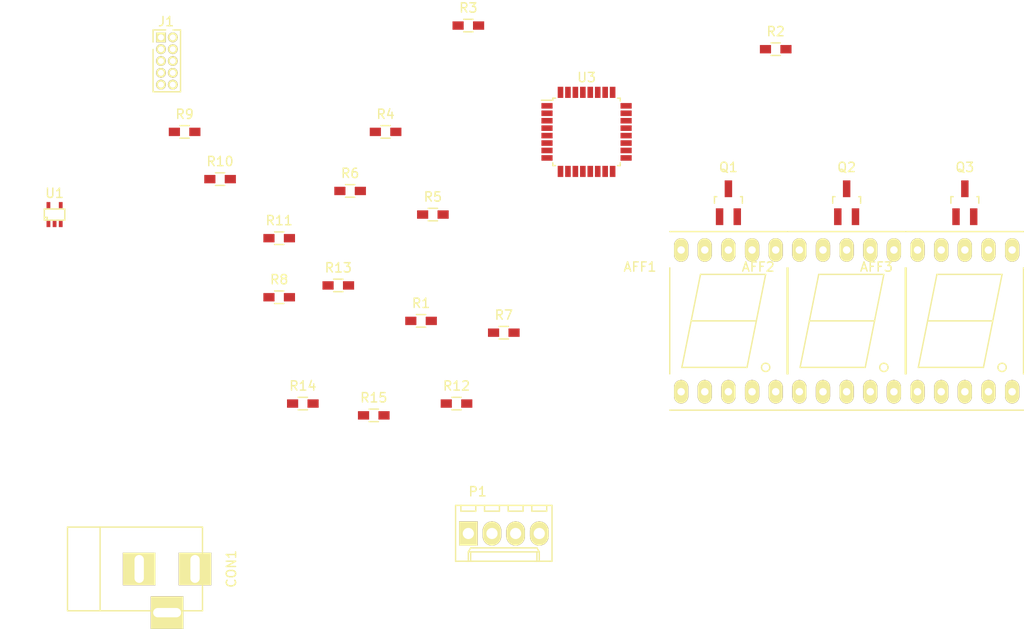
<source format=kicad_pcb>
(kicad_pcb (version 4) (host pcbnew 4.0.4+dfsg1-stable)

  (general
    (links 69)
    (no_connects 69)
    (area 0 0 0 0)
    (thickness 1.6)
    (drawings 0)
    (tracks 0)
    (zones 0)
    (modules 26)
    (nets 53)
  )

  (page A4)
  (layers
    (0 F.Cu signal)
    (31 B.Cu signal)
    (32 B.Adhes user)
    (33 F.Adhes user)
    (34 B.Paste user)
    (35 F.Paste user)
    (36 B.SilkS user)
    (37 F.SilkS user)
    (38 B.Mask user)
    (39 F.Mask user)
    (40 Dwgs.User user)
    (41 Cmts.User user)
    (42 Eco1.User user)
    (43 Eco2.User user)
    (44 Edge.Cuts user)
    (45 Margin user)
    (46 B.CrtYd user)
    (47 F.CrtYd user)
    (48 B.Fab user)
    (49 F.Fab user)
  )

  (setup
    (last_trace_width 0.25)
    (trace_clearance 0.2)
    (zone_clearance 0.508)
    (zone_45_only no)
    (trace_min 0.2)
    (segment_width 0.2)
    (edge_width 0.15)
    (via_size 0.6)
    (via_drill 0.4)
    (via_min_size 0.4)
    (via_min_drill 0.3)
    (uvia_size 0.3)
    (uvia_drill 0.1)
    (uvias_allowed no)
    (uvia_min_size 0.2)
    (uvia_min_drill 0.1)
    (pcb_text_width 0.3)
    (pcb_text_size 1.5 1.5)
    (mod_edge_width 0.15)
    (mod_text_size 1 1)
    (mod_text_width 0.15)
    (pad_size 1.524 1.524)
    (pad_drill 0.762)
    (pad_to_mask_clearance 0.2)
    (aux_axis_origin 0 0)
    (visible_elements FFFFF77F)
    (pcbplotparams
      (layerselection 0x00030_80000001)
      (usegerberextensions false)
      (excludeedgelayer true)
      (linewidth 0.100000)
      (plotframeref false)
      (viasonmask false)
      (mode 1)
      (useauxorigin false)
      (hpglpennumber 1)
      (hpglpenspeed 20)
      (hpglpendiameter 15)
      (hpglpenoverlay 2)
      (psnegative false)
      (psa4output false)
      (plotreference true)
      (plotvalue true)
      (plotinvisibletext false)
      (padsonsilk false)
      (subtractmaskfromsilk false)
      (outputformat 1)
      (mirror false)
      (drillshape 1)
      (scaleselection 1)
      (outputdirectory ""))
  )

  (net 0 "")
  (net 1 /SEG_E)
  (net 2 /SEG_D)
  (net 3 "Net-(AFF1-Pad3)")
  (net 4 /SEG_C)
  (net 5 /SEG_P)
  (net 6 /SEG_B)
  (net 7 /SEG_A)
  (net 8 /SEG_F)
  (net 9 /SEG_G)
  (net 10 "Net-(AFF2-Pad3)")
  (net 11 "Net-(AFF3-Pad3)")
  (net 12 +12V)
  (net 13 GND)
  (net 14 "Net-(P1-Pad3)")
  (net 15 /SW_FAN)
  (net 16 /AN_1)
  (net 17 VDD)
  (net 18 /AN_2)
  (net 19 /AN_3)
  (net 20 /SWO/TDO)
  (net 21 /SWDIO/TMS)
  (net 22 /SWDCLK/TCK)
  (net 23 /TDI)
  (net 24 "Net-(D1-Pad2)")
  (net 25 /T_UP)
  (net 26 /T_DOWN)
  (net 27 /SW_A)
  (net 28 /SW_B)
  (net 29 /SW_C)
  (net 30 /SW_D)
  (net 31 /SW_E)
  (net 32 /SW_F)
  (net 33 /SW_G)
  (net 34 /SW_P)
  (net 35 "Net-(U3-Pad4)")
  (net 36 "Net-(U3-Pad5)")
  (net 37 /SW_SET)
  (net 38 "Net-(U3-Pad8)")
  (net 39 "Net-(U3-Pad9)")
  (net 40 "Net-(U3-Pad10)")
  (net 41 /T_DATA)
  (net 42 /HBR_2)
  (net 43 /HBR_1)
  (net 44 "Net-(U3-Pad15)")
  (net 45 "Net-(U3-Pad19)")
  (net 46 "Net-(U3-Pad20)")
  (net 47 "Net-(U3-Pad26)")
  (net 48 "Net-(U3-Pad27)")
  (net 49 "Net-(U3-Pad28)")
  (net 50 "Net-(U3-Pad29)")
  (net 51 /RESET)
  (net 52 "Net-(J1-Pad7)")

  (net_class Default "This is the default net class."
    (clearance 0.2)
    (trace_width 0.25)
    (via_dia 0.6)
    (via_drill 0.4)
    (uvia_dia 0.3)
    (uvia_drill 0.1)
    (add_net +12V)
    (add_net /AN_1)
    (add_net /AN_2)
    (add_net /AN_3)
    (add_net /HBR_1)
    (add_net /HBR_2)
    (add_net /RESET)
    (add_net /SEG_A)
    (add_net /SEG_B)
    (add_net /SEG_C)
    (add_net /SEG_D)
    (add_net /SEG_E)
    (add_net /SEG_F)
    (add_net /SEG_G)
    (add_net /SEG_P)
    (add_net /SWDCLK/TCK)
    (add_net /SWDIO/TMS)
    (add_net /SWO/TDO)
    (add_net /SW_A)
    (add_net /SW_B)
    (add_net /SW_C)
    (add_net /SW_D)
    (add_net /SW_E)
    (add_net /SW_F)
    (add_net /SW_FAN)
    (add_net /SW_G)
    (add_net /SW_P)
    (add_net /SW_SET)
    (add_net /TDI)
    (add_net /T_DATA)
    (add_net /T_DOWN)
    (add_net /T_UP)
    (add_net GND)
    (add_net "Net-(AFF1-Pad3)")
    (add_net "Net-(AFF2-Pad3)")
    (add_net "Net-(AFF3-Pad3)")
    (add_net "Net-(D1-Pad2)")
    (add_net "Net-(J1-Pad7)")
    (add_net "Net-(P1-Pad3)")
    (add_net "Net-(U3-Pad10)")
    (add_net "Net-(U3-Pad15)")
    (add_net "Net-(U3-Pad19)")
    (add_net "Net-(U3-Pad20)")
    (add_net "Net-(U3-Pad26)")
    (add_net "Net-(U3-Pad27)")
    (add_net "Net-(U3-Pad28)")
    (add_net "Net-(U3-Pad29)")
    (add_net "Net-(U3-Pad4)")
    (add_net "Net-(U3-Pad5)")
    (add_net "Net-(U3-Pad8)")
    (add_net "Net-(U3-Pad9)")
    (add_net VDD)
  )

  (module Displays_7-Segment:7SegmentLED_LTS6760_LTS6780 (layer F.Cu) (tedit 0) (tstamp 588A47B9)
    (at 186.69 99.06)
    (path /58898E91)
    (fp_text reference AFF1 (at -9.5 -5.8) (layer F.SilkS)
      (effects (font (size 1 1) (thickness 0.15)))
    )
    (fp_text value SA05-11EWA (at -0.4 12) (layer F.Fab)
      (effects (font (size 1 1) (thickness 0.15)))
    )
    (fp_circle (center 4 5) (end 4.4 5.2) (layer F.SilkS) (width 0.15))
    (fp_line (start -3 -5) (end -4 0) (layer F.SilkS) (width 0.15))
    (fp_line (start -4 0) (end -5 5) (layer F.SilkS) (width 0.15))
    (fp_line (start -5 5) (end 2 5) (layer F.SilkS) (width 0.15))
    (fp_line (start 2 5) (end 3 0) (layer F.SilkS) (width 0.15))
    (fp_line (start 4 -5) (end 3 0) (layer F.SilkS) (width 0.15))
    (fp_line (start 3 0) (end -4 0) (layer F.SilkS) (width 0.15))
    (fp_line (start -3 -5) (end 4 -5) (layer F.SilkS) (width 0.15))
    (fp_line (start 6.3 9.6) (end -6.3 9.6) (layer F.SilkS) (width 0.15))
    (fp_line (start -6.3 -5.7) (end -6.3 5.7) (layer F.SilkS) (width 0.15))
    (fp_line (start 6.3 -5.7) (end 6.3 5.7) (layer F.SilkS) (width 0.15))
    (fp_line (start -6.3 -9.6) (end 6.3 -9.6) (layer F.SilkS) (width 0.15))
    (pad 1 thru_hole oval (at -5.08 7.62) (size 1.524 2.524) (drill 0.8) (layers *.Cu *.Mask F.SilkS)
      (net 1 /SEG_E))
    (pad 2 thru_hole oval (at -2.54 7.62) (size 1.524 2.524) (drill 0.8) (layers *.Cu *.Mask F.SilkS)
      (net 2 /SEG_D))
    (pad 3 thru_hole oval (at 0 7.62) (size 1.524 2.524) (drill 0.8) (layers *.Cu *.Mask F.SilkS)
      (net 3 "Net-(AFF1-Pad3)"))
    (pad 4 thru_hole oval (at 2.54 7.62) (size 1.524 2.524) (drill 0.8) (layers *.Cu *.Mask F.SilkS)
      (net 4 /SEG_C))
    (pad 5 thru_hole oval (at 5.08 7.62) (size 1.524 2.524) (drill 0.8) (layers *.Cu *.Mask F.SilkS)
      (net 5 /SEG_P))
    (pad 6 thru_hole oval (at 5.08 -7.62) (size 1.524 2.524) (drill 0.8) (layers *.Cu *.Mask F.SilkS)
      (net 6 /SEG_B))
    (pad 7 thru_hole oval (at 2.54 -7.62) (size 1.524 2.524) (drill 0.8) (layers *.Cu *.Mask F.SilkS)
      (net 7 /SEG_A))
    (pad 8 thru_hole oval (at 0 -7.62) (size 1.524 2.524) (drill 0.8) (layers *.Cu *.Mask F.SilkS)
      (net 3 "Net-(AFF1-Pad3)"))
    (pad 9 thru_hole oval (at -2.54 -7.62) (size 1.524 2.524) (drill 0.8) (layers *.Cu *.Mask F.SilkS)
      (net 8 /SEG_F))
    (pad 10 thru_hole oval (at -5.08 -7.62) (size 1.524 2.524) (drill 0.8) (layers *.Cu *.Mask F.SilkS)
      (net 9 /SEG_G))
    (model Displays_7-Segment.3dshapes/7SegmentLED_LTS6760_LTS6780.wrl
      (at (xyz 0 0 0))
      (scale (xyz 0.3937 0.3937 0.3937))
      (rotate (xyz 0 0 0))
    )
  )

  (module Displays_7-Segment:7SegmentLED_LTS6760_LTS6780 (layer F.Cu) (tedit 0) (tstamp 588A47D3)
    (at 199.39 99.06)
    (path /58898A43)
    (fp_text reference AFF2 (at -9.5 -5.8) (layer F.SilkS)
      (effects (font (size 1 1) (thickness 0.15)))
    )
    (fp_text value SA05-11EWA (at -0.4 12) (layer F.Fab)
      (effects (font (size 1 1) (thickness 0.15)))
    )
    (fp_circle (center 4 5) (end 4.4 5.2) (layer F.SilkS) (width 0.15))
    (fp_line (start -3 -5) (end -4 0) (layer F.SilkS) (width 0.15))
    (fp_line (start -4 0) (end -5 5) (layer F.SilkS) (width 0.15))
    (fp_line (start -5 5) (end 2 5) (layer F.SilkS) (width 0.15))
    (fp_line (start 2 5) (end 3 0) (layer F.SilkS) (width 0.15))
    (fp_line (start 4 -5) (end 3 0) (layer F.SilkS) (width 0.15))
    (fp_line (start 3 0) (end -4 0) (layer F.SilkS) (width 0.15))
    (fp_line (start -3 -5) (end 4 -5) (layer F.SilkS) (width 0.15))
    (fp_line (start 6.3 9.6) (end -6.3 9.6) (layer F.SilkS) (width 0.15))
    (fp_line (start -6.3 -5.7) (end -6.3 5.7) (layer F.SilkS) (width 0.15))
    (fp_line (start 6.3 -5.7) (end 6.3 5.7) (layer F.SilkS) (width 0.15))
    (fp_line (start -6.3 -9.6) (end 6.3 -9.6) (layer F.SilkS) (width 0.15))
    (pad 1 thru_hole oval (at -5.08 7.62) (size 1.524 2.524) (drill 0.8) (layers *.Cu *.Mask F.SilkS)
      (net 1 /SEG_E))
    (pad 2 thru_hole oval (at -2.54 7.62) (size 1.524 2.524) (drill 0.8) (layers *.Cu *.Mask F.SilkS)
      (net 2 /SEG_D))
    (pad 3 thru_hole oval (at 0 7.62) (size 1.524 2.524) (drill 0.8) (layers *.Cu *.Mask F.SilkS)
      (net 10 "Net-(AFF2-Pad3)"))
    (pad 4 thru_hole oval (at 2.54 7.62) (size 1.524 2.524) (drill 0.8) (layers *.Cu *.Mask F.SilkS)
      (net 4 /SEG_C))
    (pad 5 thru_hole oval (at 5.08 7.62) (size 1.524 2.524) (drill 0.8) (layers *.Cu *.Mask F.SilkS)
      (net 5 /SEG_P))
    (pad 6 thru_hole oval (at 5.08 -7.62) (size 1.524 2.524) (drill 0.8) (layers *.Cu *.Mask F.SilkS)
      (net 6 /SEG_B))
    (pad 7 thru_hole oval (at 2.54 -7.62) (size 1.524 2.524) (drill 0.8) (layers *.Cu *.Mask F.SilkS)
      (net 7 /SEG_A))
    (pad 8 thru_hole oval (at 0 -7.62) (size 1.524 2.524) (drill 0.8) (layers *.Cu *.Mask F.SilkS)
      (net 10 "Net-(AFF2-Pad3)"))
    (pad 9 thru_hole oval (at -2.54 -7.62) (size 1.524 2.524) (drill 0.8) (layers *.Cu *.Mask F.SilkS)
      (net 8 /SEG_F))
    (pad 10 thru_hole oval (at -5.08 -7.62) (size 1.524 2.524) (drill 0.8) (layers *.Cu *.Mask F.SilkS)
      (net 9 /SEG_G))
    (model Displays_7-Segment.3dshapes/7SegmentLED_LTS6760_LTS6780.wrl
      (at (xyz 0 0 0))
      (scale (xyz 0.3937 0.3937 0.3937))
      (rotate (xyz 0 0 0))
    )
  )

  (module Displays_7-Segment:7SegmentLED_LTS6760_LTS6780 (layer F.Cu) (tedit 0) (tstamp 588A47ED)
    (at 212.09 99.06)
    (path /588994E3)
    (fp_text reference AFF3 (at -9.5 -5.8) (layer F.SilkS)
      (effects (font (size 1 1) (thickness 0.15)))
    )
    (fp_text value SA05-11EWA (at -0.4 12) (layer F.Fab)
      (effects (font (size 1 1) (thickness 0.15)))
    )
    (fp_circle (center 4 5) (end 4.4 5.2) (layer F.SilkS) (width 0.15))
    (fp_line (start -3 -5) (end -4 0) (layer F.SilkS) (width 0.15))
    (fp_line (start -4 0) (end -5 5) (layer F.SilkS) (width 0.15))
    (fp_line (start -5 5) (end 2 5) (layer F.SilkS) (width 0.15))
    (fp_line (start 2 5) (end 3 0) (layer F.SilkS) (width 0.15))
    (fp_line (start 4 -5) (end 3 0) (layer F.SilkS) (width 0.15))
    (fp_line (start 3 0) (end -4 0) (layer F.SilkS) (width 0.15))
    (fp_line (start -3 -5) (end 4 -5) (layer F.SilkS) (width 0.15))
    (fp_line (start 6.3 9.6) (end -6.3 9.6) (layer F.SilkS) (width 0.15))
    (fp_line (start -6.3 -5.7) (end -6.3 5.7) (layer F.SilkS) (width 0.15))
    (fp_line (start 6.3 -5.7) (end 6.3 5.7) (layer F.SilkS) (width 0.15))
    (fp_line (start -6.3 -9.6) (end 6.3 -9.6) (layer F.SilkS) (width 0.15))
    (pad 1 thru_hole oval (at -5.08 7.62) (size 1.524 2.524) (drill 0.8) (layers *.Cu *.Mask F.SilkS)
      (net 1 /SEG_E))
    (pad 2 thru_hole oval (at -2.54 7.62) (size 1.524 2.524) (drill 0.8) (layers *.Cu *.Mask F.SilkS)
      (net 2 /SEG_D))
    (pad 3 thru_hole oval (at 0 7.62) (size 1.524 2.524) (drill 0.8) (layers *.Cu *.Mask F.SilkS)
      (net 11 "Net-(AFF3-Pad3)"))
    (pad 4 thru_hole oval (at 2.54 7.62) (size 1.524 2.524) (drill 0.8) (layers *.Cu *.Mask F.SilkS)
      (net 4 /SEG_C))
    (pad 5 thru_hole oval (at 5.08 7.62) (size 1.524 2.524) (drill 0.8) (layers *.Cu *.Mask F.SilkS)
      (net 5 /SEG_P))
    (pad 6 thru_hole oval (at 5.08 -7.62) (size 1.524 2.524) (drill 0.8) (layers *.Cu *.Mask F.SilkS)
      (net 6 /SEG_B))
    (pad 7 thru_hole oval (at 2.54 -7.62) (size 1.524 2.524) (drill 0.8) (layers *.Cu *.Mask F.SilkS)
      (net 7 /SEG_A))
    (pad 8 thru_hole oval (at 0 -7.62) (size 1.524 2.524) (drill 0.8) (layers *.Cu *.Mask F.SilkS)
      (net 11 "Net-(AFF3-Pad3)"))
    (pad 9 thru_hole oval (at -2.54 -7.62) (size 1.524 2.524) (drill 0.8) (layers *.Cu *.Mask F.SilkS)
      (net 8 /SEG_F))
    (pad 10 thru_hole oval (at -5.08 -7.62) (size 1.524 2.524) (drill 0.8) (layers *.Cu *.Mask F.SilkS)
      (net 9 /SEG_G))
    (model Displays_7-Segment.3dshapes/7SegmentLED_LTS6760_LTS6780.wrl
      (at (xyz 0 0 0))
      (scale (xyz 0.3937 0.3937 0.3937))
      (rotate (xyz 0 0 0))
    )
  )

  (module Connect:BARREL_JACK (layer F.Cu) (tedit 0) (tstamp 588A47F9)
    (at 123.19 125.73)
    (descr "DC Barrel Jack")
    (tags "Power Jack")
    (path /588B2A83)
    (fp_text reference CON1 (at 10.09904 0 90) (layer F.SilkS)
      (effects (font (size 1 1) (thickness 0.15)))
    )
    (fp_text value BARREL_JACK (at 0 -5.99948) (layer F.Fab)
      (effects (font (size 1 1) (thickness 0.15)))
    )
    (fp_line (start -4.0005 -4.50088) (end -4.0005 4.50088) (layer F.SilkS) (width 0.15))
    (fp_line (start -7.50062 -4.50088) (end -7.50062 4.50088) (layer F.SilkS) (width 0.15))
    (fp_line (start -7.50062 4.50088) (end 7.00024 4.50088) (layer F.SilkS) (width 0.15))
    (fp_line (start 7.00024 4.50088) (end 7.00024 -4.50088) (layer F.SilkS) (width 0.15))
    (fp_line (start 7.00024 -4.50088) (end -7.50062 -4.50088) (layer F.SilkS) (width 0.15))
    (pad 1 thru_hole rect (at 6.20014 0) (size 3.50012 3.50012) (drill oval 1.00076 2.99974) (layers *.Cu *.Mask F.SilkS)
      (net 12 +12V))
    (pad 2 thru_hole rect (at 0.20066 0) (size 3.50012 3.50012) (drill oval 1.00076 2.99974) (layers *.Cu *.Mask F.SilkS)
      (net 13 GND))
    (pad 3 thru_hole rect (at 3.2004 4.699) (size 3.50012 3.50012) (drill oval 2.99974 1.00076) (layers *.Cu *.Mask F.SilkS)
      (net 13 GND))
  )

  (module Connectors_Molex:Molex_KK-6410-04_04x2.54mm_Straight (layer F.Cu) (tedit 56C6219D) (tstamp 588A481D)
    (at 158.75 121.92)
    (descr "Connector Headers with Friction Lock, 22-27-2041, http://www.molex.com/pdm_docs/sd/022272021_sd.pdf")
    (tags "connector molex kk_6410 22-27-2041")
    (path /588B0966)
    (fp_text reference P1 (at 1 -4.5) (layer F.SilkS)
      (effects (font (size 1 1) (thickness 0.15)))
    )
    (fp_text value "Molex 47053-1000" (at 3.81 4.5) (layer F.Fab)
      (effects (font (size 1 1) (thickness 0.15)))
    )
    (fp_line (start -1.37 -3.02) (end -1.37 2.98) (layer F.SilkS) (width 0.15))
    (fp_line (start -1.37 2.98) (end 8.99 2.98) (layer F.SilkS) (width 0.15))
    (fp_line (start 8.99 2.98) (end 8.99 -3.02) (layer F.SilkS) (width 0.15))
    (fp_line (start 8.99 -3.02) (end -1.37 -3.02) (layer F.SilkS) (width 0.15))
    (fp_line (start 0 2.98) (end 0 1.98) (layer F.SilkS) (width 0.15))
    (fp_line (start 0 1.98) (end 7.62 1.98) (layer F.SilkS) (width 0.15))
    (fp_line (start 7.62 1.98) (end 7.62 2.98) (layer F.SilkS) (width 0.15))
    (fp_line (start 0 1.98) (end 0.25 1.55) (layer F.SilkS) (width 0.15))
    (fp_line (start 0.25 1.55) (end 7.37 1.55) (layer F.SilkS) (width 0.15))
    (fp_line (start 7.37 1.55) (end 7.62 1.98) (layer F.SilkS) (width 0.15))
    (fp_line (start 0.25 2.98) (end 0.25 1.98) (layer F.SilkS) (width 0.15))
    (fp_line (start 7.37 2.98) (end 7.37 1.98) (layer F.SilkS) (width 0.15))
    (fp_line (start -0.8 -3.02) (end -0.8 -2.4) (layer F.SilkS) (width 0.15))
    (fp_line (start -0.8 -2.4) (end 0.8 -2.4) (layer F.SilkS) (width 0.15))
    (fp_line (start 0.8 -2.4) (end 0.8 -3.02) (layer F.SilkS) (width 0.15))
    (fp_line (start 1.74 -3.02) (end 1.74 -2.4) (layer F.SilkS) (width 0.15))
    (fp_line (start 1.74 -2.4) (end 3.34 -2.4) (layer F.SilkS) (width 0.15))
    (fp_line (start 3.34 -2.4) (end 3.34 -3.02) (layer F.SilkS) (width 0.15))
    (fp_line (start 4.28 -3.02) (end 4.28 -2.4) (layer F.SilkS) (width 0.15))
    (fp_line (start 4.28 -2.4) (end 5.88 -2.4) (layer F.SilkS) (width 0.15))
    (fp_line (start 5.88 -2.4) (end 5.88 -3.02) (layer F.SilkS) (width 0.15))
    (fp_line (start 6.82 -3.02) (end 6.82 -2.4) (layer F.SilkS) (width 0.15))
    (fp_line (start 6.82 -2.4) (end 8.42 -2.4) (layer F.SilkS) (width 0.15))
    (fp_line (start 8.42 -2.4) (end 8.42 -3.02) (layer F.SilkS) (width 0.15))
    (fp_line (start -1.9 3.5) (end -1.9 -3.55) (layer F.CrtYd) (width 0.05))
    (fp_line (start -1.9 -3.55) (end 9.5 -3.55) (layer F.CrtYd) (width 0.05))
    (fp_line (start 9.5 -3.55) (end 9.5 3.5) (layer F.CrtYd) (width 0.05))
    (fp_line (start 9.5 3.5) (end -1.9 3.5) (layer F.CrtYd) (width 0.05))
    (pad 1 thru_hole rect (at 0 0) (size 2 2.6) (drill 1.2) (layers *.Cu *.Mask F.SilkS)
      (net 13 GND))
    (pad 2 thru_hole oval (at 2.54 0) (size 2 2.6) (drill 1.2) (layers *.Cu *.Mask F.SilkS)
      (net 12 +12V))
    (pad 3 thru_hole oval (at 5.08 0) (size 2 2.6) (drill 1.2) (layers *.Cu *.Mask F.SilkS)
      (net 14 "Net-(P1-Pad3)"))
    (pad 4 thru_hole oval (at 7.62 0) (size 2 2.6) (drill 1.2) (layers *.Cu *.Mask F.SilkS)
      (net 15 /SW_FAN))
  )

  (module TO_SOT_Packages_SMD:SOT-23_Handsoldering (layer F.Cu) (tedit 54E9291B) (tstamp 588A4828)
    (at 186.69 86.36)
    (descr "SOT-23, Handsoldering")
    (tags SOT-23)
    (path /5889CEDF)
    (attr smd)
    (fp_text reference Q1 (at 0 -3.81) (layer F.SilkS)
      (effects (font (size 1 1) (thickness 0.15)))
    )
    (fp_text value DMP3098L (at 0 3.81) (layer F.Fab)
      (effects (font (size 1 1) (thickness 0.15)))
    )
    (fp_line (start -1.49982 0.0508) (end -1.49982 -0.65024) (layer F.SilkS) (width 0.15))
    (fp_line (start -1.49982 -0.65024) (end -1.2509 -0.65024) (layer F.SilkS) (width 0.15))
    (fp_line (start 1.29916 -0.65024) (end 1.49982 -0.65024) (layer F.SilkS) (width 0.15))
    (fp_line (start 1.49982 -0.65024) (end 1.49982 0.0508) (layer F.SilkS) (width 0.15))
    (pad 1 smd rect (at -0.95 1.50114) (size 0.8001 1.80086) (layers F.Cu F.Paste F.Mask)
      (net 16 /AN_1))
    (pad 2 smd rect (at 0.95 1.50114) (size 0.8001 1.80086) (layers F.Cu F.Paste F.Mask)
      (net 17 VDD))
    (pad 3 smd rect (at 0 -1.50114) (size 0.8001 1.80086) (layers F.Cu F.Paste F.Mask)
      (net 3 "Net-(AFF1-Pad3)"))
    (model TO_SOT_Packages_SMD.3dshapes/SOT-23_Handsoldering.wrl
      (at (xyz 0 0 0))
      (scale (xyz 1 1 1))
      (rotate (xyz 0 0 0))
    )
  )

  (module TO_SOT_Packages_SMD:SOT-23_Handsoldering (layer F.Cu) (tedit 54E9291B) (tstamp 588A4833)
    (at 199.39 86.36)
    (descr "SOT-23, Handsoldering")
    (tags SOT-23)
    (path /5889DA51)
    (attr smd)
    (fp_text reference Q2 (at 0 -3.81) (layer F.SilkS)
      (effects (font (size 1 1) (thickness 0.15)))
    )
    (fp_text value DMP3098L (at 0 3.81) (layer F.Fab)
      (effects (font (size 1 1) (thickness 0.15)))
    )
    (fp_line (start -1.49982 0.0508) (end -1.49982 -0.65024) (layer F.SilkS) (width 0.15))
    (fp_line (start -1.49982 -0.65024) (end -1.2509 -0.65024) (layer F.SilkS) (width 0.15))
    (fp_line (start 1.29916 -0.65024) (end 1.49982 -0.65024) (layer F.SilkS) (width 0.15))
    (fp_line (start 1.49982 -0.65024) (end 1.49982 0.0508) (layer F.SilkS) (width 0.15))
    (pad 1 smd rect (at -0.95 1.50114) (size 0.8001 1.80086) (layers F.Cu F.Paste F.Mask)
      (net 18 /AN_2))
    (pad 2 smd rect (at 0.95 1.50114) (size 0.8001 1.80086) (layers F.Cu F.Paste F.Mask)
      (net 17 VDD))
    (pad 3 smd rect (at 0 -1.50114) (size 0.8001 1.80086) (layers F.Cu F.Paste F.Mask)
      (net 10 "Net-(AFF2-Pad3)"))
    (model TO_SOT_Packages_SMD.3dshapes/SOT-23_Handsoldering.wrl
      (at (xyz 0 0 0))
      (scale (xyz 1 1 1))
      (rotate (xyz 0 0 0))
    )
  )

  (module TO_SOT_Packages_SMD:SOT-23_Handsoldering (layer F.Cu) (tedit 54E9291B) (tstamp 588A483E)
    (at 212.09 86.36)
    (descr "SOT-23, Handsoldering")
    (tags SOT-23)
    (path /5889DBE0)
    (attr smd)
    (fp_text reference Q3 (at 0 -3.81) (layer F.SilkS)
      (effects (font (size 1 1) (thickness 0.15)))
    )
    (fp_text value DMP3098L (at 0 3.81) (layer F.Fab)
      (effects (font (size 1 1) (thickness 0.15)))
    )
    (fp_line (start -1.49982 0.0508) (end -1.49982 -0.65024) (layer F.SilkS) (width 0.15))
    (fp_line (start -1.49982 -0.65024) (end -1.2509 -0.65024) (layer F.SilkS) (width 0.15))
    (fp_line (start 1.29916 -0.65024) (end 1.49982 -0.65024) (layer F.SilkS) (width 0.15))
    (fp_line (start 1.49982 -0.65024) (end 1.49982 0.0508) (layer F.SilkS) (width 0.15))
    (pad 1 smd rect (at -0.95 1.50114) (size 0.8001 1.80086) (layers F.Cu F.Paste F.Mask)
      (net 19 /AN_3))
    (pad 2 smd rect (at 0.95 1.50114) (size 0.8001 1.80086) (layers F.Cu F.Paste F.Mask)
      (net 17 VDD))
    (pad 3 smd rect (at 0 -1.50114) (size 0.8001 1.80086) (layers F.Cu F.Paste F.Mask)
      (net 11 "Net-(AFF3-Pad3)"))
    (model TO_SOT_Packages_SMD.3dshapes/SOT-23_Handsoldering.wrl
      (at (xyz 0 0 0))
      (scale (xyz 1 1 1))
      (rotate (xyz 0 0 0))
    )
  )

  (module Resistors_SMD:R_0603_HandSoldering (layer F.Cu) (tedit 5418A00F) (tstamp 588A484A)
    (at 153.67 99.06)
    (descr "Resistor SMD 0603, hand soldering")
    (tags "resistor 0603")
    (path /5886740D)
    (attr smd)
    (fp_text reference R1 (at 0 -1.9) (layer F.SilkS)
      (effects (font (size 1 1) (thickness 0.15)))
    )
    (fp_text value 47k (at 0 1.9) (layer F.Fab)
      (effects (font (size 1 1) (thickness 0.15)))
    )
    (fp_line (start -2 -0.8) (end 2 -0.8) (layer F.CrtYd) (width 0.05))
    (fp_line (start -2 0.8) (end 2 0.8) (layer F.CrtYd) (width 0.05))
    (fp_line (start -2 -0.8) (end -2 0.8) (layer F.CrtYd) (width 0.05))
    (fp_line (start 2 -0.8) (end 2 0.8) (layer F.CrtYd) (width 0.05))
    (fp_line (start 0.5 0.675) (end -0.5 0.675) (layer F.SilkS) (width 0.15))
    (fp_line (start -0.5 -0.675) (end 0.5 -0.675) (layer F.SilkS) (width 0.15))
    (pad 1 smd rect (at -1.1 0) (size 1.2 0.9) (layers F.Cu F.Paste F.Mask)
      (net 20 /SWO/TDO))
    (pad 2 smd rect (at 1.1 0) (size 1.2 0.9) (layers F.Cu F.Paste F.Mask)
      (net 13 GND))
    (model Resistors_SMD.3dshapes/R_0603_HandSoldering.wrl
      (at (xyz 0 0 0))
      (scale (xyz 1 1 1))
      (rotate (xyz 0 0 0))
    )
  )

  (module Resistors_SMD:R_0603_HandSoldering (layer F.Cu) (tedit 5418A00F) (tstamp 588A4856)
    (at 191.77 69.85)
    (descr "Resistor SMD 0603, hand soldering")
    (tags "resistor 0603")
    (path /588619CE)
    (attr smd)
    (fp_text reference R2 (at 0 -1.9) (layer F.SilkS)
      (effects (font (size 1 1) (thickness 0.15)))
    )
    (fp_text value 47k (at 0 1.9) (layer F.Fab)
      (effects (font (size 1 1) (thickness 0.15)))
    )
    (fp_line (start -2 -0.8) (end 2 -0.8) (layer F.CrtYd) (width 0.05))
    (fp_line (start -2 0.8) (end 2 0.8) (layer F.CrtYd) (width 0.05))
    (fp_line (start -2 -0.8) (end -2 0.8) (layer F.CrtYd) (width 0.05))
    (fp_line (start 2 -0.8) (end 2 0.8) (layer F.CrtYd) (width 0.05))
    (fp_line (start 0.5 0.675) (end -0.5 0.675) (layer F.SilkS) (width 0.15))
    (fp_line (start -0.5 -0.675) (end 0.5 -0.675) (layer F.SilkS) (width 0.15))
    (pad 1 smd rect (at -1.1 0) (size 1.2 0.9) (layers F.Cu F.Paste F.Mask)
      (net 17 VDD))
    (pad 2 smd rect (at 1.1 0) (size 1.2 0.9) (layers F.Cu F.Paste F.Mask)
      (net 21 /SWDIO/TMS))
    (model Resistors_SMD.3dshapes/R_0603_HandSoldering.wrl
      (at (xyz 0 0 0))
      (scale (xyz 1 1 1))
      (rotate (xyz 0 0 0))
    )
  )

  (module Resistors_SMD:R_0603_HandSoldering (layer F.Cu) (tedit 5418A00F) (tstamp 588A4862)
    (at 158.75 67.31)
    (descr "Resistor SMD 0603, hand soldering")
    (tags "resistor 0603")
    (path /58861C50)
    (attr smd)
    (fp_text reference R3 (at 0 -1.9) (layer F.SilkS)
      (effects (font (size 1 1) (thickness 0.15)))
    )
    (fp_text value 47k (at 0 1.9) (layer F.Fab)
      (effects (font (size 1 1) (thickness 0.15)))
    )
    (fp_line (start -2 -0.8) (end 2 -0.8) (layer F.CrtYd) (width 0.05))
    (fp_line (start -2 0.8) (end 2 0.8) (layer F.CrtYd) (width 0.05))
    (fp_line (start -2 -0.8) (end -2 0.8) (layer F.CrtYd) (width 0.05))
    (fp_line (start 2 -0.8) (end 2 0.8) (layer F.CrtYd) (width 0.05))
    (fp_line (start 0.5 0.675) (end -0.5 0.675) (layer F.SilkS) (width 0.15))
    (fp_line (start -0.5 -0.675) (end 0.5 -0.675) (layer F.SilkS) (width 0.15))
    (pad 1 smd rect (at -1.1 0) (size 1.2 0.9) (layers F.Cu F.Paste F.Mask)
      (net 22 /SWDCLK/TCK))
    (pad 2 smd rect (at 1.1 0) (size 1.2 0.9) (layers F.Cu F.Paste F.Mask)
      (net 13 GND))
    (model Resistors_SMD.3dshapes/R_0603_HandSoldering.wrl
      (at (xyz 0 0 0))
      (scale (xyz 1 1 1))
      (rotate (xyz 0 0 0))
    )
  )

  (module Resistors_SMD:R_0603_HandSoldering (layer F.Cu) (tedit 5418A00F) (tstamp 588A486E)
    (at 149.86 78.74)
    (descr "Resistor SMD 0603, hand soldering")
    (tags "resistor 0603")
    (path /58861BD1)
    (attr smd)
    (fp_text reference R4 (at 0 -1.9) (layer F.SilkS)
      (effects (font (size 1 1) (thickness 0.15)))
    )
    (fp_text value 47k (at 0 1.9) (layer F.Fab)
      (effects (font (size 1 1) (thickness 0.15)))
    )
    (fp_line (start -2 -0.8) (end 2 -0.8) (layer F.CrtYd) (width 0.05))
    (fp_line (start -2 0.8) (end 2 0.8) (layer F.CrtYd) (width 0.05))
    (fp_line (start -2 -0.8) (end -2 0.8) (layer F.CrtYd) (width 0.05))
    (fp_line (start 2 -0.8) (end 2 0.8) (layer F.CrtYd) (width 0.05))
    (fp_line (start 0.5 0.675) (end -0.5 0.675) (layer F.SilkS) (width 0.15))
    (fp_line (start -0.5 -0.675) (end 0.5 -0.675) (layer F.SilkS) (width 0.15))
    (pad 1 smd rect (at -1.1 0) (size 1.2 0.9) (layers F.Cu F.Paste F.Mask)
      (net 17 VDD))
    (pad 2 smd rect (at 1.1 0) (size 1.2 0.9) (layers F.Cu F.Paste F.Mask)
      (net 23 /TDI))
    (model Resistors_SMD.3dshapes/R_0603_HandSoldering.wrl
      (at (xyz 0 0 0))
      (scale (xyz 1 1 1))
      (rotate (xyz 0 0 0))
    )
  )

  (module Resistors_SMD:R_0603_HandSoldering (layer F.Cu) (tedit 5418A00F) (tstamp 588A487A)
    (at 154.94 87.63)
    (descr "Resistor SMD 0603, hand soldering")
    (tags "resistor 0603")
    (path /588ADAA5)
    (attr smd)
    (fp_text reference R5 (at 0 -1.9) (layer F.SilkS)
      (effects (font (size 1 1) (thickness 0.15)))
    )
    (fp_text value 270 (at 0 1.9) (layer F.Fab)
      (effects (font (size 1 1) (thickness 0.15)))
    )
    (fp_line (start -2 -0.8) (end 2 -0.8) (layer F.CrtYd) (width 0.05))
    (fp_line (start -2 0.8) (end 2 0.8) (layer F.CrtYd) (width 0.05))
    (fp_line (start -2 -0.8) (end -2 0.8) (layer F.CrtYd) (width 0.05))
    (fp_line (start 2 -0.8) (end 2 0.8) (layer F.CrtYd) (width 0.05))
    (fp_line (start 0.5 0.675) (end -0.5 0.675) (layer F.SilkS) (width 0.15))
    (fp_line (start -0.5 -0.675) (end 0.5 -0.675) (layer F.SilkS) (width 0.15))
    (pad 1 smd rect (at -1.1 0) (size 1.2 0.9) (layers F.Cu F.Paste F.Mask)
      (net 17 VDD))
    (pad 2 smd rect (at 1.1 0) (size 1.2 0.9) (layers F.Cu F.Paste F.Mask)
      (net 24 "Net-(D1-Pad2)"))
    (model Resistors_SMD.3dshapes/R_0603_HandSoldering.wrl
      (at (xyz 0 0 0))
      (scale (xyz 1 1 1))
      (rotate (xyz 0 0 0))
    )
  )

  (module Resistors_SMD:R_0603_HandSoldering (layer F.Cu) (tedit 5418A00F) (tstamp 588A4886)
    (at 146.05 85.09)
    (descr "Resistor SMD 0603, hand soldering")
    (tags "resistor 0603")
    (path /588AB09D)
    (attr smd)
    (fp_text reference R6 (at 0 -1.9) (layer F.SilkS)
      (effects (font (size 1 1) (thickness 0.15)))
    )
    (fp_text value 47k (at 0 1.9) (layer F.Fab)
      (effects (font (size 1 1) (thickness 0.15)))
    )
    (fp_line (start -2 -0.8) (end 2 -0.8) (layer F.CrtYd) (width 0.05))
    (fp_line (start -2 0.8) (end 2 0.8) (layer F.CrtYd) (width 0.05))
    (fp_line (start -2 -0.8) (end -2 0.8) (layer F.CrtYd) (width 0.05))
    (fp_line (start 2 -0.8) (end 2 0.8) (layer F.CrtYd) (width 0.05))
    (fp_line (start 0.5 0.675) (end -0.5 0.675) (layer F.SilkS) (width 0.15))
    (fp_line (start -0.5 -0.675) (end 0.5 -0.675) (layer F.SilkS) (width 0.15))
    (pad 1 smd rect (at -1.1 0) (size 1.2 0.9) (layers F.Cu F.Paste F.Mask)
      (net 17 VDD))
    (pad 2 smd rect (at 1.1 0) (size 1.2 0.9) (layers F.Cu F.Paste F.Mask)
      (net 25 /T_UP))
    (model Resistors_SMD.3dshapes/R_0603_HandSoldering.wrl
      (at (xyz 0 0 0))
      (scale (xyz 1 1 1))
      (rotate (xyz 0 0 0))
    )
  )

  (module Resistors_SMD:R_0603_HandSoldering (layer F.Cu) (tedit 5418A00F) (tstamp 588A4892)
    (at 162.56 100.33)
    (descr "Resistor SMD 0603, hand soldering")
    (tags "resistor 0603")
    (path /588AB719)
    (attr smd)
    (fp_text reference R7 (at 0 -1.9) (layer F.SilkS)
      (effects (font (size 1 1) (thickness 0.15)))
    )
    (fp_text value 47k (at 0 1.9) (layer F.Fab)
      (effects (font (size 1 1) (thickness 0.15)))
    )
    (fp_line (start -2 -0.8) (end 2 -0.8) (layer F.CrtYd) (width 0.05))
    (fp_line (start -2 0.8) (end 2 0.8) (layer F.CrtYd) (width 0.05))
    (fp_line (start -2 -0.8) (end -2 0.8) (layer F.CrtYd) (width 0.05))
    (fp_line (start 2 -0.8) (end 2 0.8) (layer F.CrtYd) (width 0.05))
    (fp_line (start 0.5 0.675) (end -0.5 0.675) (layer F.SilkS) (width 0.15))
    (fp_line (start -0.5 -0.675) (end 0.5 -0.675) (layer F.SilkS) (width 0.15))
    (pad 1 smd rect (at -1.1 0) (size 1.2 0.9) (layers F.Cu F.Paste F.Mask)
      (net 17 VDD))
    (pad 2 smd rect (at 1.1 0) (size 1.2 0.9) (layers F.Cu F.Paste F.Mask)
      (net 26 /T_DOWN))
    (model Resistors_SMD.3dshapes/R_0603_HandSoldering.wrl
      (at (xyz 0 0 0))
      (scale (xyz 1 1 1))
      (rotate (xyz 0 0 0))
    )
  )

  (module Resistors_SMD:R_0603_HandSoldering (layer F.Cu) (tedit 5418A00F) (tstamp 588A489E)
    (at 138.43 96.52)
    (descr "Resistor SMD 0603, hand soldering")
    (tags "resistor 0603")
    (path /5889A38A)
    (attr smd)
    (fp_text reference R8 (at 0 -1.9) (layer F.SilkS)
      (effects (font (size 1 1) (thickness 0.15)))
    )
    (fp_text value 270 (at 0 1.9) (layer F.Fab)
      (effects (font (size 1 1) (thickness 0.15)))
    )
    (fp_line (start -2 -0.8) (end 2 -0.8) (layer F.CrtYd) (width 0.05))
    (fp_line (start -2 0.8) (end 2 0.8) (layer F.CrtYd) (width 0.05))
    (fp_line (start -2 -0.8) (end -2 0.8) (layer F.CrtYd) (width 0.05))
    (fp_line (start 2 -0.8) (end 2 0.8) (layer F.CrtYd) (width 0.05))
    (fp_line (start 0.5 0.675) (end -0.5 0.675) (layer F.SilkS) (width 0.15))
    (fp_line (start -0.5 -0.675) (end 0.5 -0.675) (layer F.SilkS) (width 0.15))
    (pad 1 smd rect (at -1.1 0) (size 1.2 0.9) (layers F.Cu F.Paste F.Mask)
      (net 27 /SW_A))
    (pad 2 smd rect (at 1.1 0) (size 1.2 0.9) (layers F.Cu F.Paste F.Mask)
      (net 7 /SEG_A))
    (model Resistors_SMD.3dshapes/R_0603_HandSoldering.wrl
      (at (xyz 0 0 0))
      (scale (xyz 1 1 1))
      (rotate (xyz 0 0 0))
    )
  )

  (module Resistors_SMD:R_0603_HandSoldering (layer F.Cu) (tedit 5418A00F) (tstamp 588A48AA)
    (at 128.27 78.74)
    (descr "Resistor SMD 0603, hand soldering")
    (tags "resistor 0603")
    (path /5889A6BB)
    (attr smd)
    (fp_text reference R9 (at 0 -1.9) (layer F.SilkS)
      (effects (font (size 1 1) (thickness 0.15)))
    )
    (fp_text value 270 (at 0 1.9) (layer F.Fab)
      (effects (font (size 1 1) (thickness 0.15)))
    )
    (fp_line (start -2 -0.8) (end 2 -0.8) (layer F.CrtYd) (width 0.05))
    (fp_line (start -2 0.8) (end 2 0.8) (layer F.CrtYd) (width 0.05))
    (fp_line (start -2 -0.8) (end -2 0.8) (layer F.CrtYd) (width 0.05))
    (fp_line (start 2 -0.8) (end 2 0.8) (layer F.CrtYd) (width 0.05))
    (fp_line (start 0.5 0.675) (end -0.5 0.675) (layer F.SilkS) (width 0.15))
    (fp_line (start -0.5 -0.675) (end 0.5 -0.675) (layer F.SilkS) (width 0.15))
    (pad 1 smd rect (at -1.1 0) (size 1.2 0.9) (layers F.Cu F.Paste F.Mask)
      (net 28 /SW_B))
    (pad 2 smd rect (at 1.1 0) (size 1.2 0.9) (layers F.Cu F.Paste F.Mask)
      (net 6 /SEG_B))
    (model Resistors_SMD.3dshapes/R_0603_HandSoldering.wrl
      (at (xyz 0 0 0))
      (scale (xyz 1 1 1))
      (rotate (xyz 0 0 0))
    )
  )

  (module Resistors_SMD:R_0603_HandSoldering (layer F.Cu) (tedit 5418A00F) (tstamp 588A48B6)
    (at 132.08 83.82)
    (descr "Resistor SMD 0603, hand soldering")
    (tags "resistor 0603")
    (path /5889FCFF)
    (attr smd)
    (fp_text reference R10 (at 0 -1.9) (layer F.SilkS)
      (effects (font (size 1 1) (thickness 0.15)))
    )
    (fp_text value 270 (at 0 1.9) (layer F.Fab)
      (effects (font (size 1 1) (thickness 0.15)))
    )
    (fp_line (start -2 -0.8) (end 2 -0.8) (layer F.CrtYd) (width 0.05))
    (fp_line (start -2 0.8) (end 2 0.8) (layer F.CrtYd) (width 0.05))
    (fp_line (start -2 -0.8) (end -2 0.8) (layer F.CrtYd) (width 0.05))
    (fp_line (start 2 -0.8) (end 2 0.8) (layer F.CrtYd) (width 0.05))
    (fp_line (start 0.5 0.675) (end -0.5 0.675) (layer F.SilkS) (width 0.15))
    (fp_line (start -0.5 -0.675) (end 0.5 -0.675) (layer F.SilkS) (width 0.15))
    (pad 1 smd rect (at -1.1 0) (size 1.2 0.9) (layers F.Cu F.Paste F.Mask)
      (net 29 /SW_C))
    (pad 2 smd rect (at 1.1 0) (size 1.2 0.9) (layers F.Cu F.Paste F.Mask)
      (net 4 /SEG_C))
    (model Resistors_SMD.3dshapes/R_0603_HandSoldering.wrl
      (at (xyz 0 0 0))
      (scale (xyz 1 1 1))
      (rotate (xyz 0 0 0))
    )
  )

  (module Resistors_SMD:R_0603_HandSoldering (layer F.Cu) (tedit 5418A00F) (tstamp 588A48C2)
    (at 138.43 90.17)
    (descr "Resistor SMD 0603, hand soldering")
    (tags "resistor 0603")
    (path /5889FD39)
    (attr smd)
    (fp_text reference R11 (at 0 -1.9) (layer F.SilkS)
      (effects (font (size 1 1) (thickness 0.15)))
    )
    (fp_text value 270 (at 0 1.9) (layer F.Fab)
      (effects (font (size 1 1) (thickness 0.15)))
    )
    (fp_line (start -2 -0.8) (end 2 -0.8) (layer F.CrtYd) (width 0.05))
    (fp_line (start -2 0.8) (end 2 0.8) (layer F.CrtYd) (width 0.05))
    (fp_line (start -2 -0.8) (end -2 0.8) (layer F.CrtYd) (width 0.05))
    (fp_line (start 2 -0.8) (end 2 0.8) (layer F.CrtYd) (width 0.05))
    (fp_line (start 0.5 0.675) (end -0.5 0.675) (layer F.SilkS) (width 0.15))
    (fp_line (start -0.5 -0.675) (end 0.5 -0.675) (layer F.SilkS) (width 0.15))
    (pad 1 smd rect (at -1.1 0) (size 1.2 0.9) (layers F.Cu F.Paste F.Mask)
      (net 30 /SW_D))
    (pad 2 smd rect (at 1.1 0) (size 1.2 0.9) (layers F.Cu F.Paste F.Mask)
      (net 2 /SEG_D))
    (model Resistors_SMD.3dshapes/R_0603_HandSoldering.wrl
      (at (xyz 0 0 0))
      (scale (xyz 1 1 1))
      (rotate (xyz 0 0 0))
    )
  )

  (module Resistors_SMD:R_0603_HandSoldering (layer F.Cu) (tedit 5418A00F) (tstamp 588A48CE)
    (at 157.48 107.95)
    (descr "Resistor SMD 0603, hand soldering")
    (tags "resistor 0603")
    (path /5889FDC6)
    (attr smd)
    (fp_text reference R12 (at 0 -1.9) (layer F.SilkS)
      (effects (font (size 1 1) (thickness 0.15)))
    )
    (fp_text value 270 (at 0 1.9) (layer F.Fab)
      (effects (font (size 1 1) (thickness 0.15)))
    )
    (fp_line (start -2 -0.8) (end 2 -0.8) (layer F.CrtYd) (width 0.05))
    (fp_line (start -2 0.8) (end 2 0.8) (layer F.CrtYd) (width 0.05))
    (fp_line (start -2 -0.8) (end -2 0.8) (layer F.CrtYd) (width 0.05))
    (fp_line (start 2 -0.8) (end 2 0.8) (layer F.CrtYd) (width 0.05))
    (fp_line (start 0.5 0.675) (end -0.5 0.675) (layer F.SilkS) (width 0.15))
    (fp_line (start -0.5 -0.675) (end 0.5 -0.675) (layer F.SilkS) (width 0.15))
    (pad 1 smd rect (at -1.1 0) (size 1.2 0.9) (layers F.Cu F.Paste F.Mask)
      (net 31 /SW_E))
    (pad 2 smd rect (at 1.1 0) (size 1.2 0.9) (layers F.Cu F.Paste F.Mask)
      (net 1 /SEG_E))
    (model Resistors_SMD.3dshapes/R_0603_HandSoldering.wrl
      (at (xyz 0 0 0))
      (scale (xyz 1 1 1))
      (rotate (xyz 0 0 0))
    )
  )

  (module Resistors_SMD:R_0603_HandSoldering (layer F.Cu) (tedit 5418A00F) (tstamp 588A48DA)
    (at 144.78 95.25)
    (descr "Resistor SMD 0603, hand soldering")
    (tags "resistor 0603")
    (path /5889FE1B)
    (attr smd)
    (fp_text reference R13 (at 0 -1.9) (layer F.SilkS)
      (effects (font (size 1 1) (thickness 0.15)))
    )
    (fp_text value 270 (at 0 1.9) (layer F.Fab)
      (effects (font (size 1 1) (thickness 0.15)))
    )
    (fp_line (start -2 -0.8) (end 2 -0.8) (layer F.CrtYd) (width 0.05))
    (fp_line (start -2 0.8) (end 2 0.8) (layer F.CrtYd) (width 0.05))
    (fp_line (start -2 -0.8) (end -2 0.8) (layer F.CrtYd) (width 0.05))
    (fp_line (start 2 -0.8) (end 2 0.8) (layer F.CrtYd) (width 0.05))
    (fp_line (start 0.5 0.675) (end -0.5 0.675) (layer F.SilkS) (width 0.15))
    (fp_line (start -0.5 -0.675) (end 0.5 -0.675) (layer F.SilkS) (width 0.15))
    (pad 1 smd rect (at -1.1 0) (size 1.2 0.9) (layers F.Cu F.Paste F.Mask)
      (net 32 /SW_F))
    (pad 2 smd rect (at 1.1 0) (size 1.2 0.9) (layers F.Cu F.Paste F.Mask)
      (net 8 /SEG_F))
    (model Resistors_SMD.3dshapes/R_0603_HandSoldering.wrl
      (at (xyz 0 0 0))
      (scale (xyz 1 1 1))
      (rotate (xyz 0 0 0))
    )
  )

  (module Resistors_SMD:R_0603_HandSoldering (layer F.Cu) (tedit 5418A00F) (tstamp 588A48E6)
    (at 140.97 107.95)
    (descr "Resistor SMD 0603, hand soldering")
    (tags "resistor 0603")
    (path /5889FE73)
    (attr smd)
    (fp_text reference R14 (at 0 -1.9) (layer F.SilkS)
      (effects (font (size 1 1) (thickness 0.15)))
    )
    (fp_text value 270 (at 0 1.9) (layer F.Fab)
      (effects (font (size 1 1) (thickness 0.15)))
    )
    (fp_line (start -2 -0.8) (end 2 -0.8) (layer F.CrtYd) (width 0.05))
    (fp_line (start -2 0.8) (end 2 0.8) (layer F.CrtYd) (width 0.05))
    (fp_line (start -2 -0.8) (end -2 0.8) (layer F.CrtYd) (width 0.05))
    (fp_line (start 2 -0.8) (end 2 0.8) (layer F.CrtYd) (width 0.05))
    (fp_line (start 0.5 0.675) (end -0.5 0.675) (layer F.SilkS) (width 0.15))
    (fp_line (start -0.5 -0.675) (end 0.5 -0.675) (layer F.SilkS) (width 0.15))
    (pad 1 smd rect (at -1.1 0) (size 1.2 0.9) (layers F.Cu F.Paste F.Mask)
      (net 33 /SW_G))
    (pad 2 smd rect (at 1.1 0) (size 1.2 0.9) (layers F.Cu F.Paste F.Mask)
      (net 9 /SEG_G))
    (model Resistors_SMD.3dshapes/R_0603_HandSoldering.wrl
      (at (xyz 0 0 0))
      (scale (xyz 1 1 1))
      (rotate (xyz 0 0 0))
    )
  )

  (module Resistors_SMD:R_0603_HandSoldering (layer F.Cu) (tedit 5418A00F) (tstamp 588A48F2)
    (at 148.59 109.22)
    (descr "Resistor SMD 0603, hand soldering")
    (tags "resistor 0603")
    (path /5889FECE)
    (attr smd)
    (fp_text reference R15 (at 0 -1.9) (layer F.SilkS)
      (effects (font (size 1 1) (thickness 0.15)))
    )
    (fp_text value 270 (at 0 1.9) (layer F.Fab)
      (effects (font (size 1 1) (thickness 0.15)))
    )
    (fp_line (start -2 -0.8) (end 2 -0.8) (layer F.CrtYd) (width 0.05))
    (fp_line (start -2 0.8) (end 2 0.8) (layer F.CrtYd) (width 0.05))
    (fp_line (start -2 -0.8) (end -2 0.8) (layer F.CrtYd) (width 0.05))
    (fp_line (start 2 -0.8) (end 2 0.8) (layer F.CrtYd) (width 0.05))
    (fp_line (start 0.5 0.675) (end -0.5 0.675) (layer F.SilkS) (width 0.15))
    (fp_line (start -0.5 -0.675) (end 0.5 -0.675) (layer F.SilkS) (width 0.15))
    (pad 1 smd rect (at -1.1 0) (size 1.2 0.9) (layers F.Cu F.Paste F.Mask)
      (net 34 /SW_P))
    (pad 2 smd rect (at 1.1 0) (size 1.2 0.9) (layers F.Cu F.Paste F.Mask)
      (net 5 /SEG_P))
    (model Resistors_SMD.3dshapes/R_0603_HandSoldering.wrl
      (at (xyz 0 0 0))
      (scale (xyz 1 1 1))
      (rotate (xyz 0 0 0))
    )
  )

  (module Housings_QFP:LQFP-32_7x7mm_Pitch0.8mm (layer F.Cu) (tedit 54130A77) (tstamp 588A4929)
    (at 171.45 78.74)
    (descr "LQFP32: plastic low profile quad flat package; 32 leads; body 7 x 7 x 1.4 mm (see NXP sot358-1_po.pdf and sot358-1_fr.pdf)")
    (tags "QFP 0.8")
    (path /58861366)
    (attr smd)
    (fp_text reference U3 (at 0 -5.85) (layer F.SilkS)
      (effects (font (size 1 1) (thickness 0.15)))
    )
    (fp_text value MKL05Z32VLC4 (at 0 5.85) (layer F.Fab)
      (effects (font (size 1 1) (thickness 0.15)))
    )
    (fp_text user %R (at 0 0) (layer F.Fab)
      (effects (font (size 1 1) (thickness 0.15)))
    )
    (fp_line (start -2.5 -3.5) (end 3.5 -3.5) (layer F.Fab) (width 0.15))
    (fp_line (start 3.5 -3.5) (end 3.5 3.5) (layer F.Fab) (width 0.15))
    (fp_line (start 3.5 3.5) (end -3.5 3.5) (layer F.Fab) (width 0.15))
    (fp_line (start -3.5 3.5) (end -3.5 -2.5) (layer F.Fab) (width 0.15))
    (fp_line (start -3.5 -2.5) (end -2.5 -3.5) (layer F.Fab) (width 0.15))
    (fp_line (start -5.1 -5.1) (end -5.1 5.1) (layer F.CrtYd) (width 0.05))
    (fp_line (start 5.1 -5.1) (end 5.1 5.1) (layer F.CrtYd) (width 0.05))
    (fp_line (start -5.1 -5.1) (end 5.1 -5.1) (layer F.CrtYd) (width 0.05))
    (fp_line (start -5.1 5.1) (end 5.1 5.1) (layer F.CrtYd) (width 0.05))
    (fp_line (start -3.625 -3.625) (end -3.625 -3.4) (layer F.SilkS) (width 0.15))
    (fp_line (start 3.625 -3.625) (end 3.625 -3.325) (layer F.SilkS) (width 0.15))
    (fp_line (start 3.625 3.625) (end 3.625 3.325) (layer F.SilkS) (width 0.15))
    (fp_line (start -3.625 3.625) (end -3.625 3.325) (layer F.SilkS) (width 0.15))
    (fp_line (start -3.625 -3.625) (end -3.325 -3.625) (layer F.SilkS) (width 0.15))
    (fp_line (start -3.625 3.625) (end -3.325 3.625) (layer F.SilkS) (width 0.15))
    (fp_line (start 3.625 3.625) (end 3.325 3.625) (layer F.SilkS) (width 0.15))
    (fp_line (start 3.625 -3.625) (end 3.325 -3.625) (layer F.SilkS) (width 0.15))
    (fp_line (start -3.625 -3.4) (end -4.85 -3.4) (layer F.SilkS) (width 0.15))
    (pad 1 smd rect (at -4.25 -2.8) (size 1.2 0.6) (layers F.Cu F.Paste F.Mask)
      (net 33 /SW_G))
    (pad 2 smd rect (at -4.25 -2) (size 1.2 0.6) (layers F.Cu F.Paste F.Mask)
      (net 34 /SW_P))
    (pad 3 smd rect (at -4.25 -1.2) (size 1.2 0.6) (layers F.Cu F.Paste F.Mask)
      (net 17 VDD))
    (pad 4 smd rect (at -4.25 -0.4) (size 1.2 0.6) (layers F.Cu F.Paste F.Mask)
      (net 35 "Net-(U3-Pad4)"))
    (pad 5 smd rect (at -4.25 0.4) (size 1.2 0.6) (layers F.Cu F.Paste F.Mask)
      (net 36 "Net-(U3-Pad5)"))
    (pad 6 smd rect (at -4.25 1.2) (size 1.2 0.6) (layers F.Cu F.Paste F.Mask)
      (net 13 GND))
    (pad 7 smd rect (at -4.25 2) (size 1.2 0.6) (layers F.Cu F.Paste F.Mask)
      (net 37 /SW_SET))
    (pad 8 smd rect (at -4.25 2.8) (size 1.2 0.6) (layers F.Cu F.Paste F.Mask)
      (net 38 "Net-(U3-Pad8)"))
    (pad 9 smd rect (at -2.8 4.25 90) (size 1.2 0.6) (layers F.Cu F.Paste F.Mask)
      (net 39 "Net-(U3-Pad9)"))
    (pad 10 smd rect (at -2 4.25 90) (size 1.2 0.6) (layers F.Cu F.Paste F.Mask)
      (net 40 "Net-(U3-Pad10)"))
    (pad 11 smd rect (at -1.2 4.25 90) (size 1.2 0.6) (layers F.Cu F.Paste F.Mask)
      (net 15 /SW_FAN))
    (pad 12 smd rect (at -0.4 4.25 90) (size 1.2 0.6) (layers F.Cu F.Paste F.Mask)
      (net 41 /T_DATA))
    (pad 13 smd rect (at 0.4 4.25 90) (size 1.2 0.6) (layers F.Cu F.Paste F.Mask)
      (net 42 /HBR_2))
    (pad 14 smd rect (at 1.2 4.25 90) (size 1.2 0.6) (layers F.Cu F.Paste F.Mask)
      (net 43 /HBR_1))
    (pad 15 smd rect (at 2 4.25 90) (size 1.2 0.6) (layers F.Cu F.Paste F.Mask)
      (net 44 "Net-(U3-Pad15)"))
    (pad 16 smd rect (at 2.8 4.25 90) (size 1.2 0.6) (layers F.Cu F.Paste F.Mask)
      (net 27 /SW_A))
    (pad 17 smd rect (at 4.25 2.8) (size 1.2 0.6) (layers F.Cu F.Paste F.Mask)
      (net 28 /SW_B))
    (pad 18 smd rect (at 4.25 2) (size 1.2 0.6) (layers F.Cu F.Paste F.Mask)
      (net 29 /SW_C))
    (pad 19 smd rect (at 4.25 1.2) (size 1.2 0.6) (layers F.Cu F.Paste F.Mask)
      (net 45 "Net-(U3-Pad19)"))
    (pad 20 smd rect (at 4.25 0.4) (size 1.2 0.6) (layers F.Cu F.Paste F.Mask)
      (net 46 "Net-(U3-Pad20)"))
    (pad 21 smd rect (at 4.25 -0.4) (size 1.2 0.6) (layers F.Cu F.Paste F.Mask)
      (net 25 /T_UP))
    (pad 22 smd rect (at 4.25 -1.2) (size 1.2 0.6) (layers F.Cu F.Paste F.Mask)
      (net 26 /T_DOWN))
    (pad 23 smd rect (at 4.25 -2) (size 1.2 0.6) (layers F.Cu F.Paste F.Mask)
      (net 30 /SW_D))
    (pad 24 smd rect (at 4.25 -2.8) (size 1.2 0.6) (layers F.Cu F.Paste F.Mask)
      (net 31 /SW_E))
    (pad 25 smd rect (at 2.8 -4.25 90) (size 1.2 0.6) (layers F.Cu F.Paste F.Mask)
      (net 32 /SW_F))
    (pad 26 smd rect (at 2 -4.25 90) (size 1.2 0.6) (layers F.Cu F.Paste F.Mask)
      (net 47 "Net-(U3-Pad26)"))
    (pad 27 smd rect (at 1.2 -4.25 90) (size 1.2 0.6) (layers F.Cu F.Paste F.Mask)
      (net 48 "Net-(U3-Pad27)"))
    (pad 28 smd rect (at 0.4 -4.25 90) (size 1.2 0.6) (layers F.Cu F.Paste F.Mask)
      (net 49 "Net-(U3-Pad28)"))
    (pad 29 smd rect (at -0.4 -4.25 90) (size 1.2 0.6) (layers F.Cu F.Paste F.Mask)
      (net 50 "Net-(U3-Pad29)"))
    (pad 30 smd rect (at -1.2 -4.25 90) (size 1.2 0.6) (layers F.Cu F.Paste F.Mask)
      (net 22 /SWDCLK/TCK))
    (pad 31 smd rect (at -2 -4.25 90) (size 1.2 0.6) (layers F.Cu F.Paste F.Mask)
      (net 51 /RESET))
    (pad 32 smd rect (at -2.8 -4.25 90) (size 1.2 0.6) (layers F.Cu F.Paste F.Mask)
      (net 21 /SWDIO/TMS))
    (model Housings_QFP.3dshapes/LQFP-32_7x7mm_Pitch0.8mm.wrl
      (at (xyz 0 0 0))
      (scale (xyz 1 1 1))
      (rotate (xyz 0 0 0))
    )
  )

  (module TO_SOT_Packages_SMD:SC-70-5 (layer F.Cu) (tedit 0) (tstamp 588A7580)
    (at 114.3 87.63)
    (descr "SC70-5 SOT323-5")
    (path /5889732D)
    (attr smd)
    (fp_text reference U1 (at 0 -2.3) (layer F.SilkS)
      (effects (font (size 1 1) (thickness 0.15)))
    )
    (fp_text value TPS71533DCKR (at 0 2.3) (layer F.Fab)
      (effects (font (size 1 1) (thickness 0.15)))
    )
    (fp_line (start 1.3 -1.6) (end 1.3 1.6) (layer F.CrtYd) (width 0.05))
    (fp_line (start -1.3 -1.6) (end 1.3 -1.6) (layer F.CrtYd) (width 0.05))
    (fp_line (start -1.3 1.6) (end -1.3 -1.6) (layer F.CrtYd) (width 0.05))
    (fp_line (start 1.3 1.6) (end -1.3 1.6) (layer F.CrtYd) (width 0.05))
    (fp_line (start -1.1 0.3) (end -0.8 0.3) (layer F.SilkS) (width 0.15))
    (fp_line (start -0.8 0.3) (end -0.8 0.6) (layer F.SilkS) (width 0.15))
    (fp_line (start 1.1 -0.6) (end -1.1 -0.6) (layer F.SilkS) (width 0.15))
    (fp_line (start -1.1 -0.6) (end -1.1 0.6) (layer F.SilkS) (width 0.15))
    (fp_line (start -1.1 0.6) (end 1.1 0.6) (layer F.SilkS) (width 0.15))
    (fp_line (start 1.1 0.6) (end 1.1 -0.6) (layer F.SilkS) (width 0.15))
    (pad 1 smd rect (at -0.6604 1.016) (size 0.4064 0.6604) (layers F.Cu F.Paste F.Mask))
    (pad 3 smd rect (at 0.6604 1.016) (size 0.4064 0.6604) (layers F.Cu F.Paste F.Mask))
    (pad 2 smd rect (at 0 1.016) (size 0.4064 0.6604) (layers F.Cu F.Paste F.Mask)
      (net 13 GND))
    (pad 4 smd rect (at 0.6604 -1.016) (size 0.4064 0.6604) (layers F.Cu F.Paste F.Mask)
      (net 12 +12V))
    (pad 5 smd rect (at -0.6604 -1.016) (size 0.4064 0.6604) (layers F.Cu F.Paste F.Mask)
      (net 17 VDD))
    (model TO_SOT_Packages_SMD.3dshapes/SC-70-5.wrl
      (at (xyz 0 0 0))
      (scale (xyz 1 1 1))
      (rotate (xyz 0 0 0))
    )
  )

  (module Pin_Headers:Pin_Header_Straight_2x05_Pitch1.27mm (layer F.Cu) (tedit 555DD4BF) (tstamp 588AFADE)
    (at 125.73 68.58)
    (descr "Through hole pin header, pitch 1.27mm")
    (tags "pin header")
    (path /5886165E)
    (fp_text reference J1 (at 0.55 -1.7) (layer F.SilkS)
      (effects (font (size 1 1) (thickness 0.15)))
    )
    (fp_text value CONN-10-DIL (at 0 6.9) (layer F.Fab)
      (effects (font (size 1 1) (thickness 0.15)))
    )
    (fp_line (start 2.1 -0.8) (end 1.3 -0.8) (layer F.SilkS) (width 0.15))
    (fp_line (start 2.1 5.85) (end 2.1 -0.8) (layer F.SilkS) (width 0.15))
    (fp_line (start 2.1 5.85) (end -0.85 5.85) (layer F.SilkS) (width 0.15))
    (fp_line (start -1.1 -1.05) (end -1.1 6.1) (layer F.CrtYd) (width 0.05))
    (fp_line (start 2.35 -1.05) (end 2.35 6.1) (layer F.CrtYd) (width 0.05))
    (fp_line (start -1.1 -1.05) (end 2.35 -1.05) (layer F.CrtYd) (width 0.05))
    (fp_line (start -1.1 6.1) (end 2.35 6.1) (layer F.CrtYd) (width 0.05))
    (fp_line (start -0.85 5.85) (end -0.85 1.3) (layer F.SilkS) (width 0.15))
    (fp_line (start 0.5 -0.8) (end -0.85 -0.8) (layer F.SilkS) (width 0.15))
    (fp_line (start -0.85 -0.8) (end -0.85 0.5) (layer F.SilkS) (width 0.15))
    (pad 1 thru_hole rect (at 0 0) (size 1.05 1.05) (drill 0.65) (layers *.Cu *.Mask F.SilkS)
      (net 17 VDD))
    (pad 3 thru_hole circle (at 0 1.27) (size 1.05 1.05) (drill 0.65) (layers *.Cu *.Mask F.SilkS)
      (net 13 GND))
    (pad 5 thru_hole circle (at 0 2.54) (size 1.05 1.05) (drill 0.65) (layers *.Cu *.Mask F.SilkS)
      (net 13 GND))
    (pad 7 thru_hole circle (at 0 3.81) (size 1.05 1.05) (drill 0.65) (layers *.Cu *.Mask F.SilkS)
      (net 52 "Net-(J1-Pad7)"))
    (pad 9 thru_hole circle (at 0 5.08) (size 1.05 1.05) (drill 0.65) (layers *.Cu *.Mask F.SilkS)
      (net 13 GND))
    (pad 4 thru_hole circle (at 1.27 1.27) (size 1.05 1.05) (drill 0.65) (layers *.Cu *.Mask F.SilkS)
      (net 22 /SWDCLK/TCK))
    (pad 6 thru_hole circle (at 1.27 2.54) (size 1.05 1.05) (drill 0.65) (layers *.Cu *.Mask F.SilkS)
      (net 20 /SWO/TDO))
    (pad 8 thru_hole circle (at 1.27 3.81) (size 1.05 1.05) (drill 0.65) (layers *.Cu *.Mask F.SilkS)
      (net 23 /TDI))
    (pad 10 thru_hole circle (at 1.27 5.08) (size 1.05 1.05) (drill 0.65) (layers *.Cu *.Mask F.SilkS)
      (net 51 /RESET))
    (pad 2 thru_hole circle (at 1.27 0) (size 1.05 1.05) (drill 0.65) (layers *.Cu *.Mask F.SilkS)
      (net 21 /SWDIO/TMS))
  )

)

</source>
